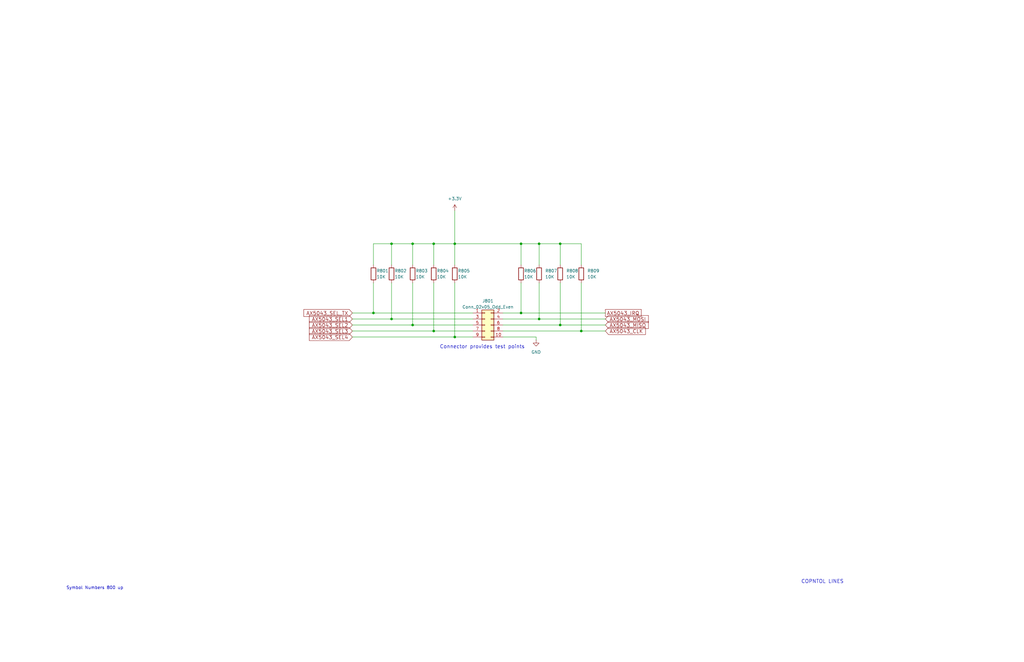
<source format=kicad_sch>
(kicad_sch (version 20250114) (generator "eeschema") (generator_version "9.0")
  (paper "USLedger")
  (title_block (title "Radiation Tolerant PacSat Communication") (date "2023-06-17") (rev "A") (company "AMSAT-NA") (comment 1 "N5BRG"))
  (lib_symbols
    (symbol "Connector_Generic:Conn_02x05_Odd_Even" (pin_names (offset 1.016) (hide yes))
      (property "Reference" "J" (at 1.27 7.62 0))
      (property "Value" "Conn_02x05_Odd_Even" (at 1.27 -7.62 0))
      (symbol "Conn_02x05_Odd_Even_1_1"
        (rectangle (start -1.27 6.35) (end 3.81 -6.35) (stroke (width 0.254)) (fill (type background)))
        (rectangle (start -1.27 5.207) (end 0 4.953) (stroke (width 0.1524)))
        (rectangle (start -1.27 2.667) (end 0 2.413) (stroke (width 0.1524)))
        (rectangle (start -1.27 0.127) (end 0 -0.127) (stroke (width 0.1524)))
        (rectangle (start -1.27 -2.413) (end 0 -2.667) (stroke (width 0.1524)))
        (rectangle (start -1.27 -4.953) (end 0 -5.207) (stroke (width 0.1524)))
        (rectangle (start 3.81 5.207) (end 2.54 4.953) (stroke (width 0.1524)))
        (rectangle (start 3.81 2.667) (end 2.54 2.413) (stroke (width 0.1524)))
        (rectangle (start 3.81 0.127) (end 2.54 -0.127) (stroke (width 0.1524)))
        (rectangle (start 3.81 -2.413) (end 2.54 -2.667) (stroke (width 0.1524)))
        (rectangle (start 3.81 -4.953) (end 2.54 -5.207) (stroke (width 0.1524)))
        (pin passive line (at -5.08 5.08 0) (length 3.81) (name "Pin_1") (number "1"))
        (pin passive line (at -5.08 2.54 0) (length 3.81) (name "Pin_3") (number "3"))
        (pin passive line (at -5.08 0 0) (length 3.81) (name "Pin_5") (number "5"))
        (pin passive line (at -5.08 -2.54 0) (length 3.81) (name "Pin_7") (number "7"))
        (pin passive line (at -5.08 -5.08 0) (length 3.81) (name "Pin_9") (number "9"))
        (pin passive line (at 7.62 5.08 180) (length 3.81) (name "Pin_2") (number "2"))
        (pin passive line (at 7.62 2.54 180) (length 3.81) (name "Pin_4") (number "4"))
        (pin passive line (at 7.62 0 180) (length 3.81) (name "Pin_6") (number "6"))
        (pin passive line (at 7.62 -2.54 180) (length 3.81) (name "Pin_8") (number "8"))
        (pin passive line (at 7.62 -5.08 180) (length 3.81) (name "Pin_10") (number "10"))
      )
    )
    (symbol "Device:R" (pin_numbers (hide yes)) (pin_names (offset 0))
      (property "Reference" "R" (at 2.032 0 90))
      (property "Value" "R" (at 0 0 90))
      (symbol "R_0_1"
        (rectangle (start -1.016 -2.54) (end 1.016 2.54) (stroke (width 0.254)))
      )
      (symbol "R_1_1"
        (pin passive line (at 0 3.81 270) (length 1.27) (name "~") (number "1"))
        (pin passive line (at 0 -3.81 90) (length 1.27) (name "~") (number "2"))
      )
    )
    (symbol "power:+3.3V" (power) (pin_numbers (hide yes)) (pin_names (offset 0) (hide yes))
      (property "Value" "+3.3V" (at 0 3.556 0))
      (symbol "+3.3V_0_1"
        (polyline (pts (xy -0.762 1.27) (xy 0 2.54)))
        (polyline (pts (xy 0 2.54) (xy 0.762 1.27)))
        (polyline (pts (xy 0 0) (xy 0 2.54)))
      )
      (symbol "+3.3V_1_1"
        (pin power_in line (at 0 0 90) (length 0) (name "~") (number "1"))
      )
    )
    (symbol "power:GND" (power) (pin_numbers (hide yes)) (pin_names (offset 0) (hide yes))
      (property "Value" "GND" (at 0 -3.81 0))
      (symbol "GND_0_1"
        (polyline (pts (xy 0 0) (xy 0 -1.27) (xy 1.27 -1.27) (xy 0 -2.54) (xy -1.27 -1.27) (xy 0 -1.27)))
      )
      (symbol "GND_1_1"
        (pin power_in line (at 0 0 270) (length 0) (name "~") (number "1"))
      )
    )
  )
  (text "Symbol Numbers 800 up" (at 27.94 248.92 0) (effects (font (size 1.27 1.27)) (justify left bottom)))
  (text "COPNTOL LINES" (at 337.82 246.38 0) (effects (font (size 1.524 1.524)) (justify left bottom)))
  (text "Connector provides test points" (at 185.42 147.32 0) (effects (font (size 1.524 1.524)) (justify left bottom)))
  (junction (at 157.48 132.08))
  (junction (at 245.11 139.7))
  (junction (at 165.1 134.62))
  (junction (at 182.88 139.7))
  (junction (at 227.33 134.62))
  (junction (at 236.22 137.16))
  (junction (at 191.77 102.87))
  (junction (at 227.33 102.87))
  (junction (at 173.99 102.87))
  (junction (at 236.22 102.87))
  (junction (at 191.77 142.24))
  (junction (at 165.1 102.87))
  (junction (at 182.88 102.87))
  (junction (at 173.99 137.16))
  (junction (at 219.71 102.87))
  (junction (at 219.71 132.08))
  (wire (pts (xy 191.77 88.9) (xy 191.77 102.87)))
  (wire (pts (xy 173.99 137.16) (xy 199.39 137.16)))
  (wire (pts (xy 227.33 134.62) (xy 255.27 134.62)))
  (wire (pts (xy 173.99 102.87) (xy 173.99 111.76)))
  (wire (pts (xy 226.06 142.24) (xy 226.06 143.51)))
  (wire (pts (xy 173.99 119.38) (xy 173.99 137.16)))
  (wire (pts (xy 219.71 111.76) (xy 219.71 102.87)))
  (wire (pts (xy 182.88 139.7) (xy 199.39 139.7)))
  (wire (pts (xy 173.99 102.87) (xy 182.88 102.87)))
  (wire (pts (xy 148.59 139.7) (xy 182.88 139.7)))
  (wire (pts (xy 227.33 119.38) (xy 227.33 134.62)))
  (wire (pts (xy 157.48 102.87) (xy 165.1 102.87)))
  (wire (pts (xy 212.09 142.24) (xy 226.06 142.24)))
  (wire (pts (xy 165.1 111.76) (xy 165.1 102.87)))
  (wire (pts (xy 245.11 102.87) (xy 245.11 111.76)))
  (wire (pts (xy 236.22 137.16) (xy 255.27 137.16)))
  (wire (pts (xy 245.11 119.38) (xy 245.11 139.7)))
  (wire (pts (xy 227.33 111.76) (xy 227.33 102.87)))
  (wire (pts (xy 245.11 139.7) (xy 255.27 139.7)))
  (wire (pts (xy 219.71 102.87) (xy 227.33 102.87)))
  (wire (pts (xy 212.09 132.08) (xy 219.71 132.08)))
  (wire (pts (xy 219.71 119.38) (xy 219.71 132.08)))
  (wire (pts (xy 148.59 137.16) (xy 173.99 137.16)))
  (wire (pts (xy 148.59 134.62) (xy 165.1 134.62)))
  (wire (pts (xy 182.88 119.38) (xy 182.88 139.7)))
  (wire (pts (xy 212.09 134.62) (xy 227.33 134.62)))
  (wire (pts (xy 165.1 102.87) (xy 173.99 102.87)))
  (wire (pts (xy 227.33 102.87) (xy 236.22 102.87)))
  (wire (pts (xy 165.1 134.62) (xy 199.39 134.62)))
  (wire (pts (xy 212.09 139.7) (xy 245.11 139.7)))
  (wire (pts (xy 157.48 119.38) (xy 157.48 132.08)))
  (wire (pts (xy 182.88 102.87) (xy 182.88 111.76)))
  (wire (pts (xy 212.09 137.16) (xy 236.22 137.16)))
  (wire (pts (xy 191.77 142.24) (xy 199.39 142.24)))
  (wire (pts (xy 157.48 111.76) (xy 157.48 102.87)))
  (wire (pts (xy 157.48 132.08) (xy 199.39 132.08)))
  (wire (pts (xy 191.77 119.38) (xy 191.77 142.24)))
  (wire (pts (xy 182.88 102.87) (xy 191.77 102.87)))
  (wire (pts (xy 191.77 102.87) (xy 191.77 111.76)))
  (wire (pts (xy 148.59 142.24) (xy 191.77 142.24)))
  (wire (pts (xy 165.1 119.38) (xy 165.1 134.62)))
  (wire (pts (xy 219.71 132.08) (xy 255.27 132.08)))
  (wire (pts (xy 236.22 102.87) (xy 245.11 102.87)))
  (wire (pts (xy 148.59 132.08) (xy 157.48 132.08)))
  (wire (pts (xy 191.77 102.87) (xy 219.71 102.87)))
  (wire (pts (xy 236.22 102.87) (xy 236.22 111.76)))
  (wire (pts (xy 236.22 119.38) (xy 236.22 137.16)))
  (global_label "AX5043_SEL_TX" (shape input) (at 148.59 132.08 180) (effects (font (size 1.524 1.524))) (property "Intersheetrefs" "${INTERSHEET_REFS}" (effects (hide yes))))
  (global_label "AX5043_IRQ" (shape passive) (at 255.27 132.08 0) (effects (font (size 1.524 1.524))) (property "Intersheetrefs" "${INTERSHEET_REFS}" (effects (hide yes))))
  (global_label "AX5043_MISO" (shape input) (at 255.27 137.16 0) (effects (font (size 1.524 1.524))) (property "Intersheetrefs" "${INTERSHEET_REFS}" (effects (hide yes))))
  (global_label "AX5043_MOSI" (shape input) (at 255.27 134.62 0) (effects (font (size 1.524 1.524))) (property "Intersheetrefs" "${INTERSHEET_REFS}" (effects (hide yes))))
  (global_label "AX5043_CLK" (shape input) (at 255.27 139.7 0) (effects (font (size 1.524 1.524))) (property "Intersheetrefs" "${INTERSHEET_REFS}" (effects (hide yes))))
  (global_label "AX5043_SEL1" (shape input) (at 148.59 134.62 180) (effects (font (size 1.524 1.524))) (property "Intersheetrefs" "${INTERSHEET_REFS}" (effects (hide yes))))
  (global_label "AX5043_SEL4" (shape input) (at 148.59 142.24 180) (effects (font (size 1.524 1.524))) (property "Intersheetrefs" "${INTERSHEET_REFS}" (effects (hide yes))))
  (global_label "AX5043_SEL3" (shape input) (at 148.59 139.7 180) (effects (font (size 1.524 1.524))) (property "Intersheetrefs" "${INTERSHEET_REFS}" (effects (hide yes))))
  (global_label "AX5043_SEL2" (shape input) (at 148.59 137.16 180) (effects (font (size 1.524 1.524))) (property "Intersheetrefs" "${INTERSHEET_REFS}" (effects (hide yes))))
  (symbol (lib_id "power:GND") (at 226.06 143.51 0) (unit 1)
    (property "Reference" "#PWR0802" (effects (hide yes)))
    (property "Value" "GND" (at 226.06 148.59 0))
  )
  (symbol (lib_id "Device:R") (at 157.48 115.57 0) (unit 1)
    (property "Reference" "R801" (at 158.75 114.3 0) (effects (justify left)))
    (property "Value" "10K" (at 158.75 116.84 0) (effects (justify left)))
    (property "Footprint" "Resistor_SMD:R_0603_1608Metric_Pad0.98x0.95mm_HandSolder" (effects (hide yes)))
  )
  (symbol (lib_id "Device:R") (at 173.99 115.57 0) (unit 1)
    (property "Reference" "R803" (at 175.26 114.3 0) (effects (justify left)))
    (property "Value" "10K" (at 175.26 116.84 0) (effects (justify left)))
    (property "Footprint" "Resistor_SMD:R_0603_1608Metric_Pad0.98x0.95mm_HandSolder" (effects (hide yes)))
  )
  (symbol (lib_id "Device:R") (at 236.22 115.57 0) (unit 1)
    (property "Reference" "R808" (at 238.76 114.2999 0) (effects (justify left)))
    (property "Value" "10K" (at 238.76 116.8399 0) (effects (justify left)))
    (property "Footprint" "Resistor_SMD:R_0603_1608Metric_Pad0.98x0.95mm_HandSolder" (effects (hide yes)))
  )
  (symbol (lib_id "Device:R") (at 227.33 115.57 0) (unit 1)
    (property "Reference" "R807" (at 229.87 114.2999 0) (effects (justify left)))
    (property "Value" "10K" (at 229.87 116.8399 0) (effects (justify left)))
    (property "Footprint" "Resistor_SMD:R_0603_1608Metric_Pad0.98x0.95mm_HandSolder" (effects (hide yes)))
  )
  (symbol (lib_id "power:+3.3V") (at 191.77 88.9 0) (unit 1)
    (property "Reference" "#PWR0728" (effects (hide yes)))
    (property "Value" "+3.3V" (at 191.77 83.82 0))
  )
  (symbol (lib_id "Connector_Generic:Conn_02x05_Odd_Even") (at 204.47 137.16 0) (unit 1)
    (property "Reference" "J801" (at 205.74 127 0))
    (property "Value" "Conn_02x05_Odd_Even" (at 205.74 129.54 0))
    (property "Footprint" "Connector_PinHeader_2.54mm:PinHeader_2x05_P2.54mm_Vertical" (effects (hide yes)))
  )
  (symbol (lib_id "Device:R") (at 219.71 115.57 0) (unit 1)
    (property "Reference" "R806" (at 220.98 114.3 0) (effects (justify left)))
    (property "Value" "10K" (at 220.98 116.84 0) (effects (justify left)))
    (property "Footprint" "Resistor_SMD:R_0603_1608Metric_Pad0.98x0.95mm_HandSolder" (effects (hide yes)))
  )
  (symbol (lib_id "Device:R") (at 191.77 115.57 0) (unit 1)
    (property "Reference" "R805" (at 193.04 114.3 0) (effects (justify left)))
    (property "Value" "10K" (at 193.04 116.84 0) (effects (justify left)))
    (property "Footprint" "Resistor_SMD:R_0603_1608Metric_Pad0.98x0.95mm_HandSolder" (effects (hide yes)))
  )
  (symbol (lib_id "Device:R") (at 245.11 115.57 0) (unit 1)
    (property "Reference" "R809" (at 247.65 114.2999 0) (effects (justify left)))
    (property "Value" "10K" (at 247.65 116.8399 0) (effects (justify left)))
    (property "Footprint" "Resistor_SMD:R_0603_1608Metric_Pad0.98x0.95mm_HandSolder" (effects (hide yes)))
  )
  (symbol (lib_id "Device:R") (at 182.88 115.57 0) (unit 1)
    (property "Reference" "R804" (at 184.15 114.3 0) (effects (justify left)))
    (property "Value" "10K" (at 184.15 116.84 0) (effects (justify left)))
    (property "Footprint" "Resistor_SMD:R_0603_1608Metric_Pad0.98x0.95mm_HandSolder" (effects (hide yes)))
  )
  (symbol (lib_id "Device:R") (at 165.1 115.57 0) (unit 1)
    (property "Reference" "R802" (at 166.37 114.3 0) (effects (justify left)))
    (property "Value" "10K" (at 166.37 116.84 0) (effects (justify left)))
    (property "Footprint" "Resistor_SMD:R_0603_1608Metric_Pad0.98x0.95mm_HandSolder" (effects (hide yes)))
  )
)
</source>
